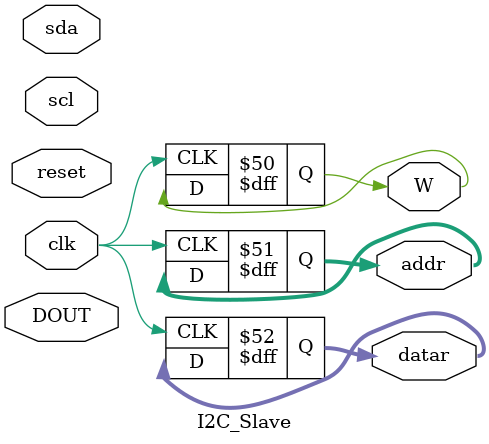
<source format=v>
`timescale 1ns / 1ps
module I2C_Slave(
	output W,
	output [4:0]addr,
	output reg [7:0]datar,	// Data Register (Received Data Only?)
	input [7:0] DOUT,
	inout scl,
	inout sda,
	input clk,
	input reset
	);

	reg myaddr;					// Slave's Address
	reg currentState;			// The ASM's current state
	reg scl_int;				// Serial Clock Interrupt
	reg sda_int;				// Serial Data Interrupt
	reg [3:0]Nb;				// Number of bits
	reg dir;						// Direction Information Register (Read or !Write)

	initial begin
		currentState = 1;
		datar = 0;
	end

	//I2C_Slave_EdgeFilter i2cSlaveEdgeFilter(
	//	);

	assign stop = dpe && fscl;
	assign start = dne && fscl;

	always@(posedge clk) begin
		if (reset) begin
			currentState <= 1;
		end
		else begin
			case(currentState)
				0:		begin : Wait_For_Stop
							sda_int <= 1;								// Interrupt Serial Clock
							scl_int <= 1;								// Interrupt Serial Data
							if (stop)									// If Stop
								currentState <= 1;					// Continue
						end
				1:		begin : Wait_For_Start
							sda_int <= 1;								// Interrupt Serial Clock
							scl_int <= 1;								// Interrupt Serial Data
							if (start) begin							// Wait for Start
								Nb <= 8;									// Set Number of bits to 8
								currentState <= 2;					// Continue
							end
						end
				2:		begin : Read_Serial_Data
							if (Nb == 0) begin						// If Number of bits is zero
								if (datar[7:0] == my_addr) begin	// And if Data Reg is Slave Address
									dir <= datar[0];					// Send Data Reg least significant to Direction Info Reg
									currentState <= 3;				// Continue
								end
								else										// Else Data Reg is not Slave Address
									currentState <= 0;				// Start over
							end
							else begin									// Else
								if (cpe) begin							// If Clock Positive Edge
									datar <= {datar[6:0], fsda};	// Append Filtered Serial Data to Data Reg
									Nb <= Nb - 1;						// Decrement Number of bits
								end
							end
						end
				3:		begin
							if (cne) begin								// If Clock Negative Edge
								sda_int <= 0;
								currentState <= 4;
							end
						end
				4:		begin
							if (cne) begin
								sda_int <= 1;
								Nb <= 8;
								currentState <= 5;
							end
						end
				5:		begin
							if (Nb == 0)
								currentState <= 6;
							else begin
								if (cpe) begin
									addr <= {addr[6:0], fsda};
									Nb <= Nb - 1;
								end
							end
						end
				6:		begin
							if (cne) begin
								sda_int <= 0;
								currentState <= 7;
							end
						end
				7:		begin
							if (cne) begin
								if (dir) begin
									sda_int <= 1;
									Nb <= 8;
									currentState <= 11;
								end
								else begin
									sda_int <= 1;
									Nb <= 8;
									currentState <= 8;
								end
							end
						end
				8:		begin
							if (stop)
								currentState <= 1;
							else begin
								if (Nb == 0) begin
									W <= 1;
									addr <= addr + 1;
									currentState <= 9;
								end
								else begin
									if (cpe) begin
										datar <= {datar[6:0], fsda};
										Nb <= Nb - 1;
									end
								end
							end
						end
				9:		begin
							if (cne) begin
								sda_int <= 0;
								currentState <= 10;
							end
						end
				10:	begin
							if (cne) begin
								sda_int <= 1;
								Nb <= 8;
								currentState <= 8;
							end
						end
				11:	begin
							sda_int <= 1;
							scl_int <= 1;
							if (stop)
								currentState <= 1;
							else begin
								if (start) begin
									Nb <= 8;
									currentState <= 12;
								end
							end
						end
				12:	begin
							if (Nb == 0) begin
								if (datar[7:1] == my_addr) begin
									if (datar[0]) begin
										TXr <= DOUT;
										Nb <= 8;
										addr <= addr + 1;
										currentState <= 13;
									end
									else
										currentState <= 0;
								end
								else
									currentState <= 0;
							end
							else begin
								if (cpe) begin
									datar <= {datar[6:0], fsda};
									Nb <= Nb - 1;
								end
							end
						end
				13:	begin
							if (cne)
								currentState <= 14;
						end
				14:	begin
							sda_int <= TXr[7];
							currentState <= 15;
						end
				15:	begin
							if (stop)
								currentState <= 1;
							else begin
								if (Nb == 0) begin
									sda_int <= 1;
									currentState <= 16;
								end
								else begin
									if (cne) begin
										TXr <= {TXr[6:0], 1'b1};
										Nb <= Nb - 1;
										currentState <= 14;
									end
								end
							end
						end
				16:	begin
							if (cpe) begin
								if (sda)
									currentState <= 0;
								else begin
									TXr <= RAM[addr];
									Nb <= 8;
									addr <= addr + 1;
									currentState <= 13;
								end
							end
						end
			endcase
		end
	end
endmodule

</source>
